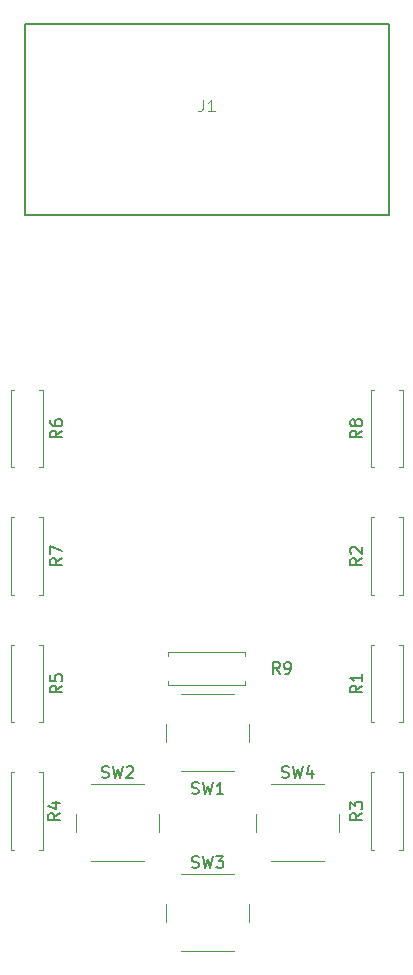
<source format=gbr>
G04 #@! TF.GenerationSoftware,KiCad,Pcbnew,(5.1.4)-1*
G04 #@! TF.CreationDate,2020-11-28T22:24:57-05:00*
G04 #@! TF.ProjectId,snek,736e656b-2e6b-4696-9361-645f70636258,rev?*
G04 #@! TF.SameCoordinates,Original*
G04 #@! TF.FileFunction,Legend,Top*
G04 #@! TF.FilePolarity,Positive*
%FSLAX46Y46*%
G04 Gerber Fmt 4.6, Leading zero omitted, Abs format (unit mm)*
G04 Created by KiCad (PCBNEW (5.1.4)-1) date 2020-11-28 22:24:57*
%MOMM*%
%LPD*%
G04 APERTURE LIST*
%ADD10C,0.127000*%
%ADD11C,0.120000*%
%ADD12C,0.015000*%
%ADD13C,0.150000*%
G04 APERTURE END LIST*
D10*
X160835000Y-107660000D02*
X160835000Y-91440000D01*
X129995000Y-107660000D02*
X160835000Y-107660000D01*
X129995000Y-91440000D02*
X129995000Y-107660000D01*
X160835000Y-91440000D02*
X129995000Y-91440000D01*
D11*
X156610000Y-159845000D02*
X156610000Y-158345000D01*
X155360000Y-155845000D02*
X150860000Y-155845000D01*
X149610000Y-158345000D02*
X149610000Y-159845000D01*
X150860000Y-162345000D02*
X155360000Y-162345000D01*
X148990000Y-167465000D02*
X148990000Y-165965000D01*
X147740000Y-163465000D02*
X143240000Y-163465000D01*
X141990000Y-165965000D02*
X141990000Y-167465000D01*
X143240000Y-169965000D02*
X147740000Y-169965000D01*
X141370000Y-159845000D02*
X141370000Y-158345000D01*
X140120000Y-155845000D02*
X135620000Y-155845000D01*
X134370000Y-158345000D02*
X134370000Y-159845000D01*
X135620000Y-162345000D02*
X140120000Y-162345000D01*
X148990000Y-152225000D02*
X148990000Y-150725000D01*
X147740000Y-148225000D02*
X143240000Y-148225000D01*
X141990000Y-150725000D02*
X141990000Y-152225000D01*
X143240000Y-154725000D02*
X147740000Y-154725000D01*
X148685000Y-147420000D02*
X148685000Y-147090000D01*
X142145000Y-147420000D02*
X148685000Y-147420000D01*
X142145000Y-147090000D02*
X142145000Y-147420000D01*
X148685000Y-144680000D02*
X148685000Y-145010000D01*
X142145000Y-144680000D02*
X148685000Y-144680000D01*
X142145000Y-145010000D02*
X142145000Y-144680000D01*
X159285000Y-129000000D02*
X159615000Y-129000000D01*
X159285000Y-122460000D02*
X159285000Y-129000000D01*
X159615000Y-122460000D02*
X159285000Y-122460000D01*
X162025000Y-129000000D02*
X161695000Y-129000000D01*
X162025000Y-122460000D02*
X162025000Y-129000000D01*
X161695000Y-122460000D02*
X162025000Y-122460000D01*
X128805000Y-139795000D02*
X129135000Y-139795000D01*
X128805000Y-133255000D02*
X128805000Y-139795000D01*
X129135000Y-133255000D02*
X128805000Y-133255000D01*
X131545000Y-139795000D02*
X131215000Y-139795000D01*
X131545000Y-133255000D02*
X131545000Y-139795000D01*
X131215000Y-133255000D02*
X131545000Y-133255000D01*
X128805000Y-129000000D02*
X129135000Y-129000000D01*
X128805000Y-122460000D02*
X128805000Y-129000000D01*
X129135000Y-122460000D02*
X128805000Y-122460000D01*
X131545000Y-129000000D02*
X131215000Y-129000000D01*
X131545000Y-122460000D02*
X131545000Y-129000000D01*
X131215000Y-122460000D02*
X131545000Y-122460000D01*
X128805000Y-150590000D02*
X129135000Y-150590000D01*
X128805000Y-144050000D02*
X128805000Y-150590000D01*
X129135000Y-144050000D02*
X128805000Y-144050000D01*
X131545000Y-150590000D02*
X131215000Y-150590000D01*
X131545000Y-144050000D02*
X131545000Y-150590000D01*
X131215000Y-144050000D02*
X131545000Y-144050000D01*
X128805000Y-161385000D02*
X129135000Y-161385000D01*
X128805000Y-154845000D02*
X128805000Y-161385000D01*
X129135000Y-154845000D02*
X128805000Y-154845000D01*
X131545000Y-161385000D02*
X131215000Y-161385000D01*
X131545000Y-154845000D02*
X131545000Y-161385000D01*
X131215000Y-154845000D02*
X131545000Y-154845000D01*
X159285000Y-161385000D02*
X159615000Y-161385000D01*
X159285000Y-154845000D02*
X159285000Y-161385000D01*
X159615000Y-154845000D02*
X159285000Y-154845000D01*
X162025000Y-161385000D02*
X161695000Y-161385000D01*
X162025000Y-154845000D02*
X162025000Y-161385000D01*
X161695000Y-154845000D02*
X162025000Y-154845000D01*
X162025000Y-133255000D02*
X161695000Y-133255000D01*
X162025000Y-139795000D02*
X162025000Y-133255000D01*
X161695000Y-139795000D02*
X162025000Y-139795000D01*
X159285000Y-133255000D02*
X159615000Y-133255000D01*
X159285000Y-139795000D02*
X159285000Y-133255000D01*
X159615000Y-139795000D02*
X159285000Y-139795000D01*
X162025000Y-144050000D02*
X161695000Y-144050000D01*
X162025000Y-150590000D02*
X162025000Y-144050000D01*
X161695000Y-150590000D02*
X162025000Y-150590000D01*
X159285000Y-144050000D02*
X159615000Y-144050000D01*
X159285000Y-150590000D02*
X159285000Y-144050000D01*
X159615000Y-150590000D02*
X159285000Y-150590000D01*
D12*
X145081666Y-97877380D02*
X145081666Y-98591666D01*
X145034047Y-98734523D01*
X144938809Y-98829761D01*
X144795952Y-98877380D01*
X144700714Y-98877380D01*
X146081666Y-98877380D02*
X145510238Y-98877380D01*
X145795952Y-98877380D02*
X145795952Y-97877380D01*
X145700714Y-98020238D01*
X145605476Y-98115476D01*
X145510238Y-98163095D01*
D13*
X151776666Y-155249761D02*
X151919523Y-155297380D01*
X152157619Y-155297380D01*
X152252857Y-155249761D01*
X152300476Y-155202142D01*
X152348095Y-155106904D01*
X152348095Y-155011666D01*
X152300476Y-154916428D01*
X152252857Y-154868809D01*
X152157619Y-154821190D01*
X151967142Y-154773571D01*
X151871904Y-154725952D01*
X151824285Y-154678333D01*
X151776666Y-154583095D01*
X151776666Y-154487857D01*
X151824285Y-154392619D01*
X151871904Y-154345000D01*
X151967142Y-154297380D01*
X152205238Y-154297380D01*
X152348095Y-154345000D01*
X152681428Y-154297380D02*
X152919523Y-155297380D01*
X153110000Y-154583095D01*
X153300476Y-155297380D01*
X153538571Y-154297380D01*
X154348095Y-154630714D02*
X154348095Y-155297380D01*
X154110000Y-154249761D02*
X153871904Y-154964047D01*
X154490952Y-154964047D01*
X144156666Y-162869761D02*
X144299523Y-162917380D01*
X144537619Y-162917380D01*
X144632857Y-162869761D01*
X144680476Y-162822142D01*
X144728095Y-162726904D01*
X144728095Y-162631666D01*
X144680476Y-162536428D01*
X144632857Y-162488809D01*
X144537619Y-162441190D01*
X144347142Y-162393571D01*
X144251904Y-162345952D01*
X144204285Y-162298333D01*
X144156666Y-162203095D01*
X144156666Y-162107857D01*
X144204285Y-162012619D01*
X144251904Y-161965000D01*
X144347142Y-161917380D01*
X144585238Y-161917380D01*
X144728095Y-161965000D01*
X145061428Y-161917380D02*
X145299523Y-162917380D01*
X145490000Y-162203095D01*
X145680476Y-162917380D01*
X145918571Y-161917380D01*
X146204285Y-161917380D02*
X146823333Y-161917380D01*
X146490000Y-162298333D01*
X146632857Y-162298333D01*
X146728095Y-162345952D01*
X146775714Y-162393571D01*
X146823333Y-162488809D01*
X146823333Y-162726904D01*
X146775714Y-162822142D01*
X146728095Y-162869761D01*
X146632857Y-162917380D01*
X146347142Y-162917380D01*
X146251904Y-162869761D01*
X146204285Y-162822142D01*
X136536666Y-155249761D02*
X136679523Y-155297380D01*
X136917619Y-155297380D01*
X137012857Y-155249761D01*
X137060476Y-155202142D01*
X137108095Y-155106904D01*
X137108095Y-155011666D01*
X137060476Y-154916428D01*
X137012857Y-154868809D01*
X136917619Y-154821190D01*
X136727142Y-154773571D01*
X136631904Y-154725952D01*
X136584285Y-154678333D01*
X136536666Y-154583095D01*
X136536666Y-154487857D01*
X136584285Y-154392619D01*
X136631904Y-154345000D01*
X136727142Y-154297380D01*
X136965238Y-154297380D01*
X137108095Y-154345000D01*
X137441428Y-154297380D02*
X137679523Y-155297380D01*
X137870000Y-154583095D01*
X138060476Y-155297380D01*
X138298571Y-154297380D01*
X138631904Y-154392619D02*
X138679523Y-154345000D01*
X138774761Y-154297380D01*
X139012857Y-154297380D01*
X139108095Y-154345000D01*
X139155714Y-154392619D01*
X139203333Y-154487857D01*
X139203333Y-154583095D01*
X139155714Y-154725952D01*
X138584285Y-155297380D01*
X139203333Y-155297380D01*
X144156666Y-156614761D02*
X144299523Y-156662380D01*
X144537619Y-156662380D01*
X144632857Y-156614761D01*
X144680476Y-156567142D01*
X144728095Y-156471904D01*
X144728095Y-156376666D01*
X144680476Y-156281428D01*
X144632857Y-156233809D01*
X144537619Y-156186190D01*
X144347142Y-156138571D01*
X144251904Y-156090952D01*
X144204285Y-156043333D01*
X144156666Y-155948095D01*
X144156666Y-155852857D01*
X144204285Y-155757619D01*
X144251904Y-155710000D01*
X144347142Y-155662380D01*
X144585238Y-155662380D01*
X144728095Y-155710000D01*
X145061428Y-155662380D02*
X145299523Y-156662380D01*
X145490000Y-155948095D01*
X145680476Y-156662380D01*
X145918571Y-155662380D01*
X146823333Y-156662380D02*
X146251904Y-156662380D01*
X146537619Y-156662380D02*
X146537619Y-155662380D01*
X146442380Y-155805238D01*
X146347142Y-155900476D01*
X146251904Y-155948095D01*
X151598333Y-146502380D02*
X151265000Y-146026190D01*
X151026904Y-146502380D02*
X151026904Y-145502380D01*
X151407857Y-145502380D01*
X151503095Y-145550000D01*
X151550714Y-145597619D01*
X151598333Y-145692857D01*
X151598333Y-145835714D01*
X151550714Y-145930952D01*
X151503095Y-145978571D01*
X151407857Y-146026190D01*
X151026904Y-146026190D01*
X152074523Y-146502380D02*
X152265000Y-146502380D01*
X152360238Y-146454761D01*
X152407857Y-146407142D01*
X152503095Y-146264285D01*
X152550714Y-146073809D01*
X152550714Y-145692857D01*
X152503095Y-145597619D01*
X152455476Y-145550000D01*
X152360238Y-145502380D01*
X152169761Y-145502380D01*
X152074523Y-145550000D01*
X152026904Y-145597619D01*
X151979285Y-145692857D01*
X151979285Y-145930952D01*
X152026904Y-146026190D01*
X152074523Y-146073809D01*
X152169761Y-146121428D01*
X152360238Y-146121428D01*
X152455476Y-146073809D01*
X152503095Y-146026190D01*
X152550714Y-145930952D01*
X158567380Y-125896666D02*
X158091190Y-126230000D01*
X158567380Y-126468095D02*
X157567380Y-126468095D01*
X157567380Y-126087142D01*
X157615000Y-125991904D01*
X157662619Y-125944285D01*
X157757857Y-125896666D01*
X157900714Y-125896666D01*
X157995952Y-125944285D01*
X158043571Y-125991904D01*
X158091190Y-126087142D01*
X158091190Y-126468095D01*
X157995952Y-125325238D02*
X157948333Y-125420476D01*
X157900714Y-125468095D01*
X157805476Y-125515714D01*
X157757857Y-125515714D01*
X157662619Y-125468095D01*
X157615000Y-125420476D01*
X157567380Y-125325238D01*
X157567380Y-125134761D01*
X157615000Y-125039523D01*
X157662619Y-124991904D01*
X157757857Y-124944285D01*
X157805476Y-124944285D01*
X157900714Y-124991904D01*
X157948333Y-125039523D01*
X157995952Y-125134761D01*
X157995952Y-125325238D01*
X158043571Y-125420476D01*
X158091190Y-125468095D01*
X158186428Y-125515714D01*
X158376904Y-125515714D01*
X158472142Y-125468095D01*
X158519761Y-125420476D01*
X158567380Y-125325238D01*
X158567380Y-125134761D01*
X158519761Y-125039523D01*
X158472142Y-124991904D01*
X158376904Y-124944285D01*
X158186428Y-124944285D01*
X158091190Y-124991904D01*
X158043571Y-125039523D01*
X157995952Y-125134761D01*
X133167380Y-136691666D02*
X132691190Y-137025000D01*
X133167380Y-137263095D02*
X132167380Y-137263095D01*
X132167380Y-136882142D01*
X132215000Y-136786904D01*
X132262619Y-136739285D01*
X132357857Y-136691666D01*
X132500714Y-136691666D01*
X132595952Y-136739285D01*
X132643571Y-136786904D01*
X132691190Y-136882142D01*
X132691190Y-137263095D01*
X132167380Y-136358333D02*
X132167380Y-135691666D01*
X133167380Y-136120238D01*
X133167380Y-125896666D02*
X132691190Y-126230000D01*
X133167380Y-126468095D02*
X132167380Y-126468095D01*
X132167380Y-126087142D01*
X132215000Y-125991904D01*
X132262619Y-125944285D01*
X132357857Y-125896666D01*
X132500714Y-125896666D01*
X132595952Y-125944285D01*
X132643571Y-125991904D01*
X132691190Y-126087142D01*
X132691190Y-126468095D01*
X132167380Y-125039523D02*
X132167380Y-125230000D01*
X132215000Y-125325238D01*
X132262619Y-125372857D01*
X132405476Y-125468095D01*
X132595952Y-125515714D01*
X132976904Y-125515714D01*
X133072142Y-125468095D01*
X133119761Y-125420476D01*
X133167380Y-125325238D01*
X133167380Y-125134761D01*
X133119761Y-125039523D01*
X133072142Y-124991904D01*
X132976904Y-124944285D01*
X132738809Y-124944285D01*
X132643571Y-124991904D01*
X132595952Y-125039523D01*
X132548333Y-125134761D01*
X132548333Y-125325238D01*
X132595952Y-125420476D01*
X132643571Y-125468095D01*
X132738809Y-125515714D01*
X133167380Y-147486666D02*
X132691190Y-147820000D01*
X133167380Y-148058095D02*
X132167380Y-148058095D01*
X132167380Y-147677142D01*
X132215000Y-147581904D01*
X132262619Y-147534285D01*
X132357857Y-147486666D01*
X132500714Y-147486666D01*
X132595952Y-147534285D01*
X132643571Y-147581904D01*
X132691190Y-147677142D01*
X132691190Y-148058095D01*
X132167380Y-146581904D02*
X132167380Y-147058095D01*
X132643571Y-147105714D01*
X132595952Y-147058095D01*
X132548333Y-146962857D01*
X132548333Y-146724761D01*
X132595952Y-146629523D01*
X132643571Y-146581904D01*
X132738809Y-146534285D01*
X132976904Y-146534285D01*
X133072142Y-146581904D01*
X133119761Y-146629523D01*
X133167380Y-146724761D01*
X133167380Y-146962857D01*
X133119761Y-147058095D01*
X133072142Y-147105714D01*
X132997380Y-158281666D02*
X132521190Y-158615000D01*
X132997380Y-158853095D02*
X131997380Y-158853095D01*
X131997380Y-158472142D01*
X132045000Y-158376904D01*
X132092619Y-158329285D01*
X132187857Y-158281666D01*
X132330714Y-158281666D01*
X132425952Y-158329285D01*
X132473571Y-158376904D01*
X132521190Y-158472142D01*
X132521190Y-158853095D01*
X132330714Y-157424523D02*
X132997380Y-157424523D01*
X131949761Y-157662619D02*
X132664047Y-157900714D01*
X132664047Y-157281666D01*
X158567380Y-158281666D02*
X158091190Y-158615000D01*
X158567380Y-158853095D02*
X157567380Y-158853095D01*
X157567380Y-158472142D01*
X157615000Y-158376904D01*
X157662619Y-158329285D01*
X157757857Y-158281666D01*
X157900714Y-158281666D01*
X157995952Y-158329285D01*
X158043571Y-158376904D01*
X158091190Y-158472142D01*
X158091190Y-158853095D01*
X157567380Y-157948333D02*
X157567380Y-157329285D01*
X157948333Y-157662619D01*
X157948333Y-157519761D01*
X157995952Y-157424523D01*
X158043571Y-157376904D01*
X158138809Y-157329285D01*
X158376904Y-157329285D01*
X158472142Y-157376904D01*
X158519761Y-157424523D01*
X158567380Y-157519761D01*
X158567380Y-157805476D01*
X158519761Y-157900714D01*
X158472142Y-157948333D01*
X158567380Y-136691666D02*
X158091190Y-137025000D01*
X158567380Y-137263095D02*
X157567380Y-137263095D01*
X157567380Y-136882142D01*
X157615000Y-136786904D01*
X157662619Y-136739285D01*
X157757857Y-136691666D01*
X157900714Y-136691666D01*
X157995952Y-136739285D01*
X158043571Y-136786904D01*
X158091190Y-136882142D01*
X158091190Y-137263095D01*
X157662619Y-136310714D02*
X157615000Y-136263095D01*
X157567380Y-136167857D01*
X157567380Y-135929761D01*
X157615000Y-135834523D01*
X157662619Y-135786904D01*
X157757857Y-135739285D01*
X157853095Y-135739285D01*
X157995952Y-135786904D01*
X158567380Y-136358333D01*
X158567380Y-135739285D01*
X158567380Y-147486666D02*
X158091190Y-147820000D01*
X158567380Y-148058095D02*
X157567380Y-148058095D01*
X157567380Y-147677142D01*
X157615000Y-147581904D01*
X157662619Y-147534285D01*
X157757857Y-147486666D01*
X157900714Y-147486666D01*
X157995952Y-147534285D01*
X158043571Y-147581904D01*
X158091190Y-147677142D01*
X158091190Y-148058095D01*
X158567380Y-146534285D02*
X158567380Y-147105714D01*
X158567380Y-146820000D02*
X157567380Y-146820000D01*
X157710238Y-146915238D01*
X157805476Y-147010476D01*
X157853095Y-147105714D01*
M02*

</source>
